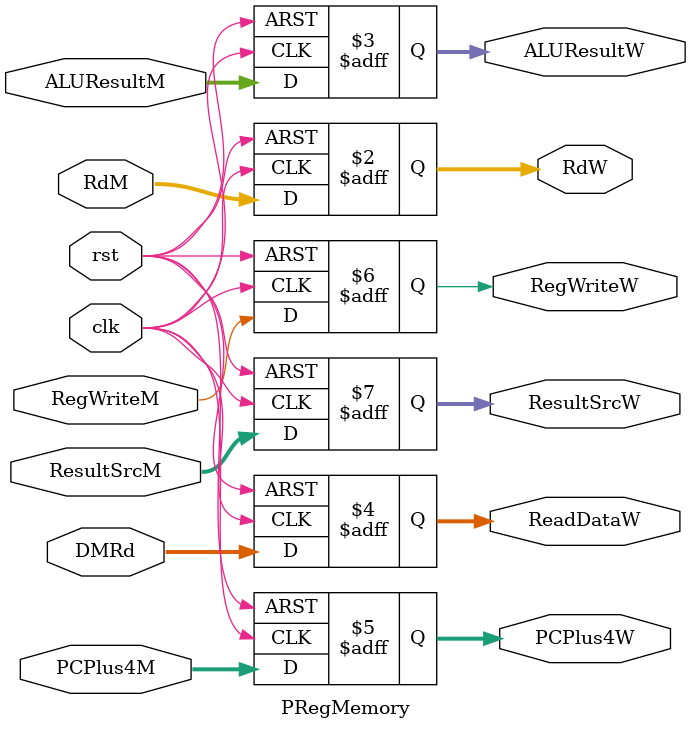
<source format=sv>
module PRegMemory #(
    parameter DATA_WIDTH = 32
) (
    input   logic [DATA_WIDTH-1:0]  ALUResultM,
    input   logic [DATA_WIDTH-1:0]  DMRd,
    input   logic [4:0]             RdM,
    input   logic [DATA_WIDTH-1:0]  PCPlus4M,
    input   logic                   clk,
    input   logic                   rst,         // Reset signal
    output  logic [4:0]             RdW,
    output  logic [DATA_WIDTH-1:0]  ALUResultW,
    output  logic [DATA_WIDTH-1:0]  ReadDataW,
    output  logic [DATA_WIDTH-1:0]  PCPlus4W,
    input   logic                   RegWriteM,
    input   logic [1:0]             ResultSrcM,
    output  logic                   RegWriteW,
    output  logic [1:0]             ResultSrcW
);

    // Sequential logic for updating outputs
    always_ff @(posedge clk or posedge rst) begin
        if (rst) begin
            // Reset or flush all outputs to default values
            ALUResultW <= 32'b0;
            ReadDataW  <= 32'b0;
            RdW        <= 5'b0;
            PCPlus4W   <= 32'b0;
            RegWriteW  <= 1'b0;
            ResultSrcW <= 2'b0;
        end else begin
            // Normal operation: Pass inputs to outputs
            ALUResultW <= ALUResultM;
            ReadDataW  <= DMRd;
            RdW        <= RdM;
            PCPlus4W   <= PCPlus4M;
            RegWriteW  <= RegWriteM;
            ResultSrcW <= ResultSrcM;
        end
    end

endmodule

</source>
